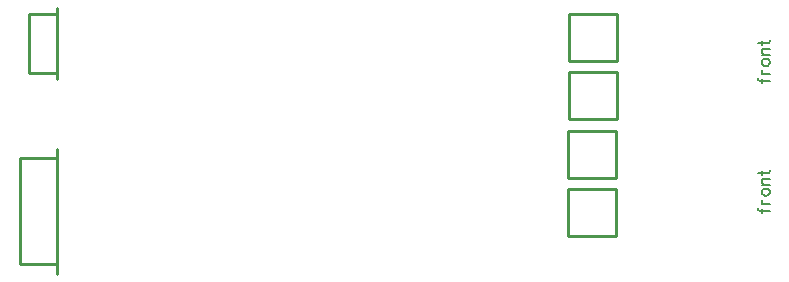
<source format=gbr>
G04 DipTrace 3.1.0.1*
G04 TPA3128D2route.TopAssy.gbr*
%MOIN*%
G04 #@! TF.FileFunction,Drawing,Top*
G04 #@! TF.Part,Single*
%ADD10C,0.009843*%
%ADD71C,0.006176*%
%FSLAX26Y26*%
G04*
G70*
G90*
G75*
G01*
G04 TopAssy*
%LPD*%
X394000Y1484579D2*
D10*
Y1504240D1*
Y1291646D2*
Y1268043D1*
X299528Y1484579D2*
X394000D1*
Y1287705D1*
X299528D1*
Y1484579D1*
X271969Y1004265D2*
X394025D1*
Y649921D1*
X271969D1*
Y1004265D1*
X394025D2*
Y1035748D1*
Y618438D2*
Y649921D1*
X2102677Y1484569D2*
X2260157D1*
Y1327085D1*
X2102677D1*
Y1484569D1*
Y1291655D2*
X2260157D1*
Y1134172D1*
X2102677D1*
Y1291655D1*
X2098740Y1094805D2*
X2256220D1*
Y937321D1*
X2098740D1*
Y1094805D1*
Y901891D2*
X2256220D1*
Y744408D1*
X2098740D1*
Y901891D1*
X2730408Y1270670D2*
D71*
Y1266868D1*
X2732309Y1263021D1*
X2738057Y1261119D1*
X2770600D1*
X2743805Y1255371D2*
Y1268769D1*
Y1283021D2*
X2770600D1*
X2755301D2*
X2749553Y1284967D1*
X2745706Y1288769D1*
X2743805Y1292616D1*
Y1298364D1*
Y1320266D2*
X2745706Y1316464D1*
X2749553Y1312617D1*
X2755301Y1310716D1*
X2759103D1*
X2764852Y1312617D1*
X2768654Y1316464D1*
X2770600Y1320266D1*
Y1326014D1*
X2768654Y1329861D1*
X2764852Y1333663D1*
X2759103Y1335609D1*
X2755301D1*
X2749553Y1333663D1*
X2745706Y1329861D1*
X2743805Y1326014D1*
Y1320266D1*
Y1347960D2*
X2770600D1*
X2751454D2*
X2745706Y1353708D1*
X2743805Y1357555D1*
Y1363259D1*
X2745706Y1367106D1*
X2751454Y1369007D1*
X2770600D1*
X2730408Y1387106D2*
X2762950D1*
X2768654Y1389008D1*
X2770600Y1392854D1*
Y1396657D1*
X2743805Y1381358D2*
Y1394756D1*
X2730408Y837599D2*
Y833797D1*
X2732309Y829950D1*
X2738057Y828049D1*
X2770600D1*
X2743805Y822301D2*
Y835698D1*
Y849951D2*
X2770600Y849950D1*
X2755301Y849951D2*
X2749553Y851896D1*
X2745706Y855699D1*
X2743805Y859545D1*
Y865293D1*
Y887195D2*
X2745706Y883393D1*
X2749553Y879546D1*
X2755301Y877645D1*
X2759103D1*
X2764852Y879546D1*
X2768654Y883393D1*
X2770600Y887195D1*
Y892943D1*
X2768654Y896790D1*
X2764852Y900593D1*
X2759103Y902538D1*
X2755301D1*
X2749553Y900593D1*
X2745706Y896790D1*
X2743805Y892943D1*
Y887195D1*
Y914889D2*
X2770600D1*
X2751454D2*
X2745706Y920638D1*
X2743805Y924484D1*
Y930188D1*
X2745706Y934035D1*
X2751454Y935936D1*
X2770600D1*
X2730408Y954036D2*
X2762950D1*
X2768654Y955937D1*
X2770600Y959784D1*
Y963586D1*
X2743805Y948288D2*
Y961685D1*
M02*

</source>
